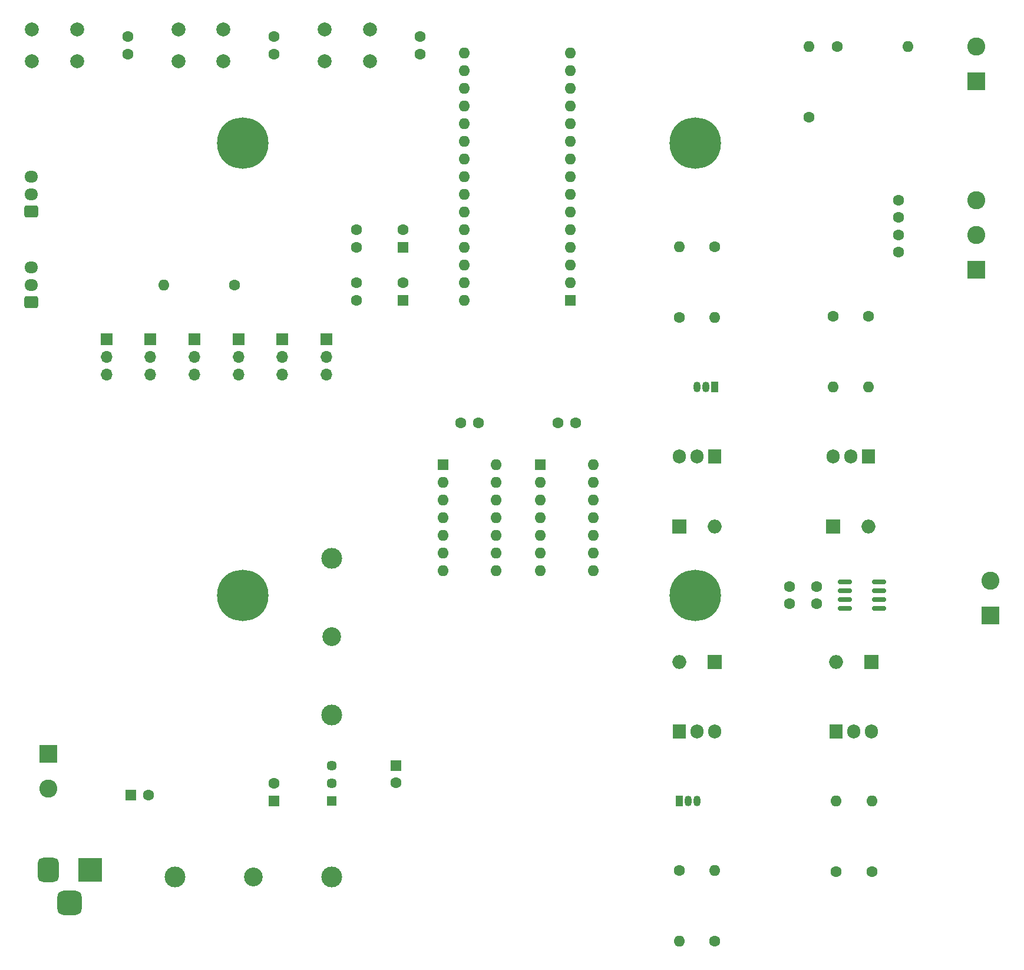
<source format=gbr>
G04 #@! TF.GenerationSoftware,KiCad,Pcbnew,(6.0.2)*
G04 #@! TF.CreationDate,2022-02-23T22:00:32+01:00*
G04 #@! TF.ProjectId,garagen_pcb,67617261-6765-46e5-9f70-63622e6b6963,rev?*
G04 #@! TF.SameCoordinates,Original*
G04 #@! TF.FileFunction,Soldermask,Top*
G04 #@! TF.FilePolarity,Negative*
%FSLAX46Y46*%
G04 Gerber Fmt 4.6, Leading zero omitted, Abs format (unit mm)*
G04 Created by KiCad (PCBNEW (6.0.2)) date 2022-02-23 22:00:32*
%MOMM*%
%LPD*%
G01*
G04 APERTURE LIST*
G04 Aperture macros list*
%AMRoundRect*
0 Rectangle with rounded corners*
0 $1 Rounding radius*
0 $2 $3 $4 $5 $6 $7 $8 $9 X,Y pos of 4 corners*
0 Add a 4 corners polygon primitive as box body*
4,1,4,$2,$3,$4,$5,$6,$7,$8,$9,$2,$3,0*
0 Add four circle primitives for the rounded corners*
1,1,$1+$1,$2,$3*
1,1,$1+$1,$4,$5*
1,1,$1+$1,$6,$7*
1,1,$1+$1,$8,$9*
0 Add four rect primitives between the rounded corners*
20,1,$1+$1,$2,$3,$4,$5,0*
20,1,$1+$1,$4,$5,$6,$7,0*
20,1,$1+$1,$6,$7,$8,$9,0*
20,1,$1+$1,$8,$9,$2,$3,0*%
G04 Aperture macros list end*
%ADD10C,1.600000*%
%ADD11O,1.600000X1.600000*%
%ADD12R,3.500000X3.500000*%
%ADD13RoundRect,0.750000X-0.750000X-1.000000X0.750000X-1.000000X0.750000X1.000000X-0.750000X1.000000X0*%
%ADD14RoundRect,0.875000X-0.875000X-0.875000X0.875000X-0.875000X0.875000X0.875000X-0.875000X0.875000X0*%
%ADD15RoundRect,0.250000X0.725000X-0.600000X0.725000X0.600000X-0.725000X0.600000X-0.725000X-0.600000X0*%
%ADD16O,1.950000X1.700000*%
%ADD17R,1.448000X1.448000*%
%ADD18C,1.448000*%
%ADD19RoundRect,0.150000X0.825000X0.150000X-0.825000X0.150000X-0.825000X-0.150000X0.825000X-0.150000X0*%
%ADD20R,1.600000X1.600000*%
%ADD21C,0.800000*%
%ADD22C,7.400000*%
%ADD23R,1.700000X1.700000*%
%ADD24O,1.700000X1.700000*%
%ADD25R,2.600000X2.600000*%
%ADD26C,2.600000*%
%ADD27R,2.000000X2.000000*%
%ADD28O,2.000000X2.000000*%
%ADD29R,1.050000X1.500000*%
%ADD30O,1.050000X1.500000*%
%ADD31C,2.700000*%
%ADD32C,3.000000*%
%ADD33R,1.905000X2.000000*%
%ADD34O,1.905000X2.000000*%
%ADD35C,2.000000*%
G04 APERTURE END LIST*
D10*
X156032200Y-65435200D03*
D11*
X156032200Y-75595200D03*
D12*
X44201600Y-144990900D03*
D13*
X38201600Y-144990900D03*
D14*
X41201600Y-149690900D03*
D15*
X35712400Y-50339000D03*
D16*
X35712400Y-47839000D03*
X35712400Y-45339000D03*
D10*
X70612960Y-25211400D03*
X70612960Y-27711400D03*
D17*
X78917800Y-135051800D03*
D18*
X78917800Y-132511800D03*
X78917800Y-129971800D03*
D19*
X157592800Y-107399000D03*
X157592800Y-106129000D03*
X157592800Y-104859000D03*
X157592800Y-103589000D03*
X152642800Y-103589000D03*
X152642800Y-104859000D03*
X152642800Y-106129000D03*
X152642800Y-107399000D03*
D20*
X108867150Y-86761400D03*
D11*
X108867150Y-89301400D03*
X108867150Y-91841400D03*
X108867150Y-94381400D03*
X108867150Y-96921400D03*
X108867150Y-99461400D03*
X108867150Y-102001400D03*
X116487150Y-102001400D03*
X116487150Y-99461400D03*
X116487150Y-96921400D03*
X116487150Y-94381400D03*
X116487150Y-91841400D03*
X116487150Y-89301400D03*
X116487150Y-86761400D03*
D10*
X160324800Y-53699400D03*
X160324800Y-56199400D03*
D21*
X133077021Y-103549379D03*
X128339800Y-105511600D03*
X129152579Y-107473821D03*
D22*
X131114800Y-105511600D03*
D21*
X131114800Y-102736600D03*
X131114800Y-108286600D03*
X133889800Y-105511600D03*
X133077021Y-107473821D03*
X129152579Y-103549379D03*
D10*
X144729200Y-106744000D03*
X144729200Y-104244000D03*
D23*
X59166760Y-68747400D03*
D24*
X59166760Y-71287400D03*
X59166760Y-73827400D03*
D10*
X147464400Y-36808400D03*
D11*
X147464400Y-26648400D03*
D10*
X148564600Y-106744000D03*
X148564600Y-104244000D03*
D20*
X94907150Y-86761400D03*
D11*
X94907150Y-89301400D03*
X94907150Y-91841400D03*
X94907150Y-94381400D03*
X94907150Y-96921400D03*
X94907150Y-99461400D03*
X94907150Y-102001400D03*
X102527150Y-102001400D03*
X102527150Y-99461400D03*
X102527150Y-96921400D03*
X102527150Y-94381400D03*
X102527150Y-91841400D03*
X102527150Y-89301400D03*
X102527150Y-86761400D03*
D23*
X52847240Y-68747400D03*
D24*
X52847240Y-71287400D03*
X52847240Y-73827400D03*
D10*
X160324800Y-48699400D03*
X160324800Y-51199400D03*
X49582720Y-25211400D03*
X49582720Y-27711400D03*
D25*
X171526200Y-31648400D03*
D26*
X171526200Y-26648400D03*
D10*
X150952200Y-65435200D03*
D11*
X150952200Y-75595200D03*
D10*
X64922400Y-60898400D03*
D11*
X54762400Y-60898400D03*
D15*
X35712400Y-63398400D03*
D16*
X35712400Y-60898400D03*
X35712400Y-58398400D03*
D10*
X82433000Y-63119000D03*
X82433000Y-60619000D03*
D21*
X68077021Y-38549379D03*
X66114800Y-43286600D03*
X64152579Y-42473821D03*
X68889800Y-40511600D03*
X66114800Y-37736600D03*
X63339800Y-40511600D03*
D22*
X66114800Y-40511600D03*
D21*
X68077021Y-42473821D03*
X64152579Y-38549379D03*
D27*
X150952200Y-95595200D03*
D28*
X156032200Y-95595200D03*
D27*
X128854200Y-95595200D03*
D28*
X133934200Y-95595200D03*
D29*
X133934200Y-75595200D03*
D30*
X132664200Y-75595200D03*
X131394200Y-75595200D03*
D27*
X133934200Y-115102600D03*
D28*
X128854200Y-115102600D03*
D21*
X66114800Y-108286600D03*
D22*
X66114800Y-105511600D03*
D21*
X64152579Y-103549379D03*
X68077021Y-103549379D03*
X66114800Y-102736600D03*
X68077021Y-107473821D03*
X64152579Y-107473821D03*
X63339800Y-105511600D03*
X68889800Y-105511600D03*
D20*
X88112600Y-129971800D03*
D10*
X88112600Y-132471800D03*
D27*
X156438600Y-115102600D03*
D28*
X151358600Y-115102600D03*
D10*
X151358600Y-145262600D03*
D11*
X151358600Y-135102600D03*
D23*
X71805800Y-68747400D03*
D24*
X71805800Y-71287400D03*
X71805800Y-73827400D03*
D31*
X67667800Y-145999200D03*
D32*
X78917800Y-145999200D03*
X56417800Y-145999200D03*
D33*
X133934200Y-85595200D03*
D34*
X131394200Y-85595200D03*
X128854200Y-85595200D03*
D31*
X78917800Y-111457400D03*
D32*
X78917800Y-100207400D03*
X78917800Y-122707400D03*
D10*
X91643200Y-25211400D03*
X91643200Y-27711400D03*
D20*
X70586600Y-135051800D03*
D10*
X70586600Y-132551800D03*
D35*
X84378080Y-24211400D03*
X77878080Y-24211400D03*
X84378080Y-28711400D03*
X77878080Y-28711400D03*
D10*
X113917150Y-80700800D03*
X111417150Y-80700800D03*
D35*
X56847840Y-24211400D03*
X63347840Y-24211400D03*
X56847840Y-28711400D03*
X63347840Y-28711400D03*
D23*
X78125320Y-68747400D03*
D24*
X78125320Y-71287400D03*
X78125320Y-73827400D03*
D10*
X82433000Y-55499000D03*
X82433000Y-52999000D03*
D33*
X128854200Y-125102600D03*
D34*
X131394200Y-125102600D03*
X133934200Y-125102600D03*
D23*
X65486280Y-68747400D03*
D24*
X65486280Y-71287400D03*
X65486280Y-73827400D03*
D20*
X89164000Y-63119000D03*
D10*
X89164000Y-60619000D03*
X133934200Y-55435200D03*
D11*
X133934200Y-65595200D03*
D25*
X173558200Y-108384200D03*
D26*
X173558200Y-103384200D03*
D25*
X38201600Y-128295400D03*
D26*
X38201600Y-133295400D03*
D29*
X128854200Y-135102600D03*
D30*
X130124200Y-135102600D03*
X131394200Y-135102600D03*
D10*
X151528400Y-26648400D03*
D11*
X161688400Y-26648400D03*
D33*
X156032200Y-85595200D03*
D34*
X153492200Y-85595200D03*
X150952200Y-85595200D03*
D10*
X133934200Y-155262600D03*
D11*
X133934200Y-145102600D03*
D33*
X151358600Y-125102600D03*
D34*
X153898600Y-125102600D03*
X156438600Y-125102600D03*
D10*
X128854200Y-65595200D03*
D11*
X128854200Y-55435200D03*
D23*
X46527720Y-68747400D03*
D24*
X46527720Y-71287400D03*
X46527720Y-73827400D03*
D20*
X89164000Y-55499000D03*
D10*
X89164000Y-52999000D03*
D20*
X113233200Y-63119000D03*
D11*
X113233200Y-60579000D03*
X113233200Y-58039000D03*
X113233200Y-55499000D03*
X113233200Y-52959000D03*
X113233200Y-50419000D03*
X113233200Y-47879000D03*
X113233200Y-45339000D03*
X113233200Y-42799000D03*
X113233200Y-40259000D03*
X113233200Y-37719000D03*
X113233200Y-35179000D03*
X113233200Y-32639000D03*
X113233200Y-30099000D03*
X113233200Y-27559000D03*
X97993200Y-27559000D03*
X97993200Y-30099000D03*
X97993200Y-32639000D03*
X97993200Y-35179000D03*
X97993200Y-37719000D03*
X97993200Y-40259000D03*
X97993200Y-42799000D03*
X97993200Y-45339000D03*
X97993200Y-47879000D03*
X97993200Y-50419000D03*
X97993200Y-52959000D03*
X97993200Y-55499000D03*
X97993200Y-58039000D03*
X97993200Y-60579000D03*
X97993200Y-63119000D03*
D25*
X171526200Y-58699400D03*
D26*
X171526200Y-53699400D03*
X171526200Y-48699400D03*
D35*
X35817600Y-24211400D03*
X42317600Y-24211400D03*
X42317600Y-28711400D03*
X35817600Y-28711400D03*
D20*
X50063400Y-134264400D03*
D10*
X52563400Y-134264400D03*
D21*
X129152579Y-42473821D03*
X133077021Y-42473821D03*
D22*
X131114800Y-40511600D03*
D21*
X131114800Y-37736600D03*
X131114800Y-43286600D03*
X133077021Y-38549379D03*
X128339800Y-40511600D03*
X129152579Y-38549379D03*
X133889800Y-40511600D03*
D10*
X99957150Y-80700800D03*
X97457150Y-80700800D03*
X156565600Y-145262600D03*
D11*
X156565600Y-135102600D03*
D10*
X128854200Y-145102600D03*
D11*
X128854200Y-155262600D03*
M02*

</source>
